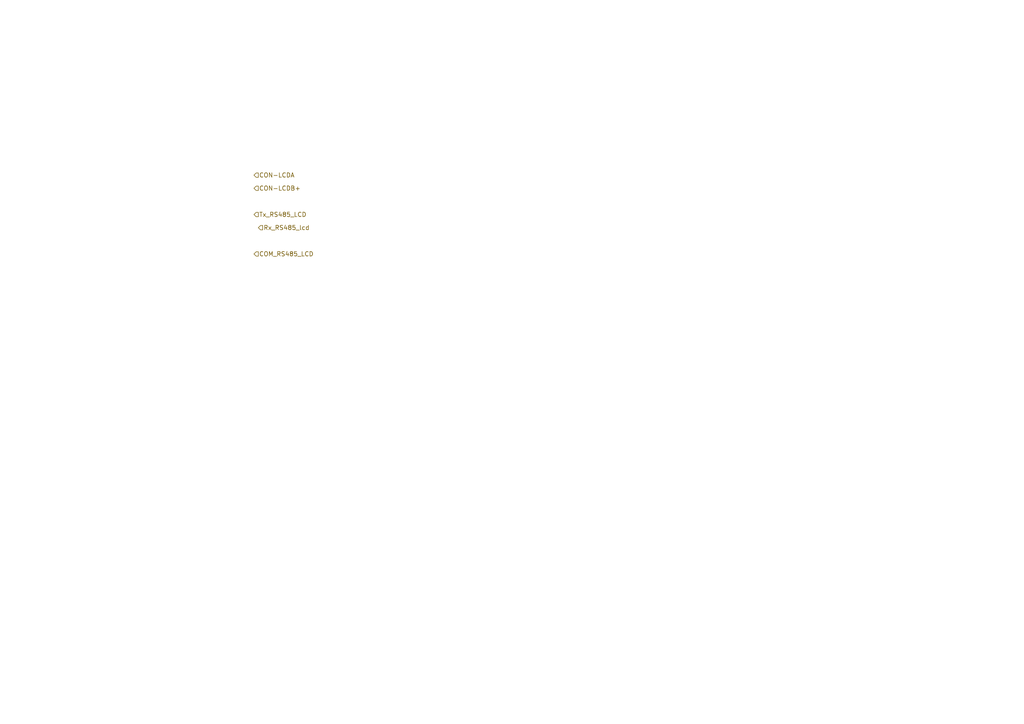
<source format=kicad_sch>
(kicad_sch (version 20230121) (generator eeschema)
  (paper "A4")
  (lib_symbols)
  (hierarchical_label "COM_RS485_LCD" (shape input) (at 73.66 73.66 0))
  (hierarchical_label "CON-LCDB+" (shape input) (at 73.66 54.61 0))
  (hierarchical_label "Tx_RS485_LCD" (shape input) (at 73.66 62.23 0))
  (hierarchical_label "Rx_RS485_lcd" (shape input) (at 74.93 66.04 0))
  (hierarchical_label "CON-LCDA" (shape input) (at 73.66 50.8 0))
)
</source>
